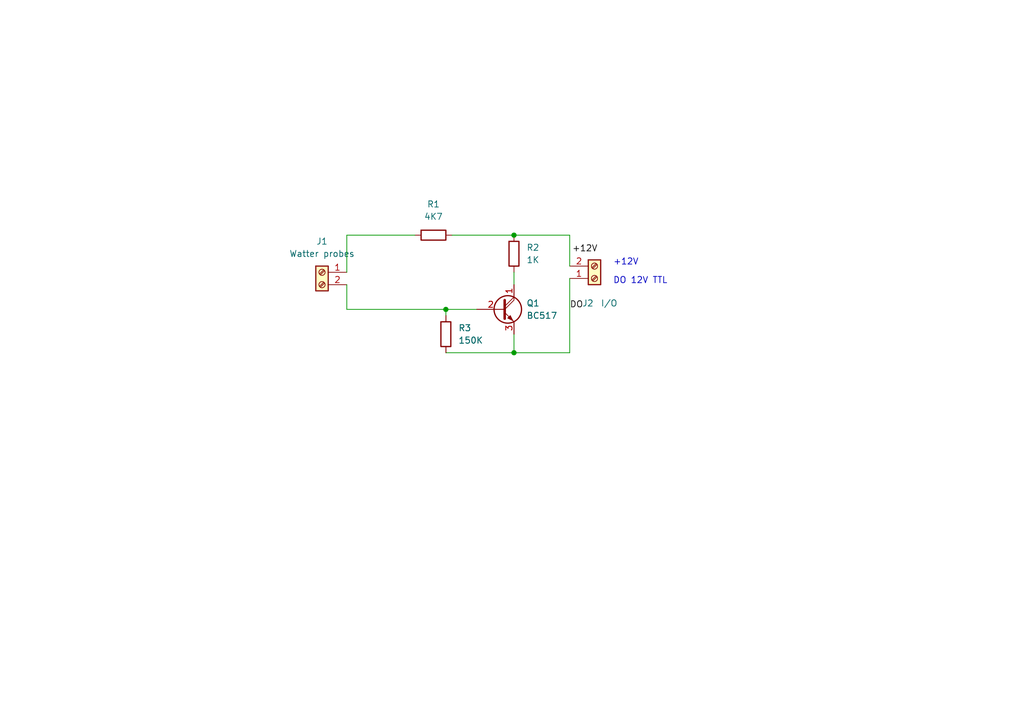
<source format=kicad_sch>
(kicad_sch (version 20211123) (generator eeschema)
  (paper "A5")
  (lib_symbols
    (symbol "Connector:Screw_Terminal_01x02" (pin_names (offset 1.016) hide)
      (property "Reference" "J" (at 0 2.54 0))
      (property "Value" "Screw_Terminal_01x02" (at 0 -5.08 0))
      (symbol "Screw_Terminal_01x02_1_1"
        (rectangle (start -1.27 1.27) (end 1.27 -3.81) (stroke (width 0.254)) (fill (type background)))
        (circle (center 0 -2.54) (radius 0.635) (stroke (width 0.1524)))
        (polyline (pts (xy -0.5334 -2.2098) (xy 0.3302 -3.048)) (stroke (width 0.1524)))
        (polyline (pts (xy -0.5334 0.3302) (xy 0.3302 -0.508)) (stroke (width 0.1524)))
        (polyline (pts (xy -0.3556 -2.032) (xy 0.508 -2.8702)) (stroke (width 0.1524)))
        (polyline (pts (xy -0.3556 0.508) (xy 0.508 -0.3302)) (stroke (width 0.1524)))
        (circle (center 0 0) (radius 0.635) (stroke (width 0.1524)))
        (pin passive line (at -5.08 0 0) (length 3.81) (name "Pin_1") (number "1"))
        (pin passive line (at -5.08 -2.54 0) (length 3.81) (name "Pin_2") (number "2"))
      )
    )
    (symbol "Device:R" (pin_numbers hide) (pin_names (offset 0))
      (property "Reference" "R" (at 2.032 0 90))
      (property "Value" "R" (at 0 0 90))
      (symbol "R_0_1"
        (rectangle (start -1.016 -2.54) (end 1.016 2.54) (stroke (width 0.254)))
      )
      (symbol "R_1_1"
        (pin passive line (at 0 3.81 270) (length 1.27) (name "~") (number "1"))
        (pin passive line (at 0 -3.81 90) (length 1.27) (name "~") (number "2"))
      )
    )
    (symbol "Screw_Terminal_01x02_1" (pin_names (offset 1.016) hide)
      (property "Reference" "J" (at 0 2.54 0))
      (property "Value" "Screw_Terminal_01x02_1" (at 0 -5.08 0))
      (symbol "Screw_Terminal_01x02_1_1_1"
        (rectangle (start -1.27 1.27) (end 1.27 -3.81) (stroke (width 0.254)) (fill (type background)))
        (circle (center 0 -2.54) (radius 0.635) (stroke (width 0.1524)))
        (polyline (pts (xy -0.5334 -2.2098) (xy 0.3302 -3.048)) (stroke (width 0.1524)))
        (polyline (pts (xy -0.5334 0.3302) (xy 0.3302 -0.508)) (stroke (width 0.1524)))
        (polyline (pts (xy -0.3556 -2.032) (xy 0.508 -2.8702)) (stroke (width 0.1524)))
        (polyline (pts (xy -0.3556 0.508) (xy 0.508 -0.3302)) (stroke (width 0.1524)))
        (circle (center 0 0) (radius 0.635) (stroke (width 0.1524)))
        (pin passive line (at -5.08 0 0) (length 3.81) (name "Pin_1") (number "1"))
        (pin passive line (at -5.08 -2.54 0) (length 3.81) (name "Pin_2") (number "2"))
      )
    )
    (symbol "Transistor_BJT:BC517" (pin_names (offset 0) hide)
      (property "Reference" "Q" (at 5.08 1.905 0))
      (property "Value" "BC517" (at 5.08 0 0))
      (symbol "BC517_0_1"
        (polyline (pts (xy 0.635 0.635) (xy 2.54 2.54)))
        (polyline (pts (xy 0.635 -0.635) (xy 2.54 -2.54) (xy 2.54 -2.54)))
        (polyline (pts (xy 0.635 0) (xy 2.54 1.905) (xy 2.54 2.54)))
        (polyline (pts (xy 0.635 1.905) (xy 0.635 -1.905) (xy 0.635 -1.905)) (stroke (width 0.508)))
        (polyline (pts (xy 1.27 -1.778) (xy 1.778 -1.27) (xy 2.286 -2.286) (xy 1.27 -1.778) (xy 1.27 -1.778)) (fill (type outline)))
        (circle (center 1.27 0) (radius 2.8194) (stroke (width 0.254)))
      )
      (symbol "BC517_1_1"
        (pin passive line (at 2.54 5.08 270) (length 2.54) (name "C") (number "1"))
        (pin input line (at -5.08 0 0) (length 5.715) (name "B") (number "2"))
        (pin passive line (at 2.54 -5.08 90) (length 2.54) (name "E") (number "3"))
      )
    )
  )
  (junction (at 105.41 48.26))
  (junction (at 105.41 72.39))
  (junction (at 91.44 63.5))
  (wire (pts (xy 92.71 48.26) (xy 105.41 48.26)))
  (wire (pts (xy 71.12 48.26) (xy 85.09 48.26)))
  (wire (pts (xy 105.41 72.39) (xy 116.84 72.39)))
  (wire (pts (xy 116.84 48.26) (xy 105.41 48.26)))
  (wire (pts (xy 116.84 72.39) (xy 116.84 57.15)))
  (wire (pts (xy 71.12 58.42) (xy 71.12 63.5)))
  (wire (pts (xy 91.44 72.39) (xy 105.41 72.39)))
  (wire (pts (xy 91.44 63.5) (xy 91.44 64.77)))
  (wire (pts (xy 105.41 55.88) (xy 105.41 58.42)))
  (wire (pts (xy 71.12 48.26) (xy 71.12 55.88)))
  (wire (pts (xy 105.41 72.39) (xy 105.41 68.58)))
  (wire (pts (xy 97.79 63.5) (xy 91.44 63.5)))
  (wire (pts (xy 71.12 63.5) (xy 91.44 63.5)))
  (wire (pts (xy 116.84 48.26) (xy 116.84 54.61)))
  (text "+12V" (at 125.73 54.61 0) (effects (font (size 1.27 1.27)) (justify left bottom)))
  (text "DO 12V TTL" (at 125.73 58.42 0) (effects (font (size 1.27 1.27)) (justify left bottom)))
  (label "DO" (at 116.84 63.5 0))
  (label "+12V" (at 117.3089 52.0114 0))
  (symbol (lib_id "Connector:Screw_Terminal_01x02") (at 66.04 55.88 0) (mirror y) (unit 1)
    (property "Reference" "J1" (at 66.04 49.53 0))
    (property "Value" "Watter probes" (at 66.04 52.07 0))
    (property "Footprint" "TerminalBlock_Phoenix:TerminalBlock_Phoenix_MKDS-1,5-2-5.08_1x02_P5.08mm_Horizontal" (effects hide))
  )
  (symbol (lib_id "Device:R") (at 88.9 48.26 270) (unit 1)
    (property "Reference" "R1" (at 88.9 41.91 90))
    (property "Value" "4K7" (at 88.9 44.45 90))
    (property "Footprint" "Resistor_THT:R_Axial_DIN0207_L6.3mm_D2.5mm_P7.62mm_Horizontal" (effects hide))
  )
  (symbol (lib_id "Device:R") (at 105.41 52.07 0) (unit 1)
    (property "Reference" "R2" (at 107.95 50.7999 0) (effects (justify left)))
    (property "Value" "1K" (at 107.95 53.3399 0) (effects (justify left)))
    (property "Footprint" "Resistor_THT:R_Axial_DIN0207_L6.3mm_D2.5mm_P7.62mm_Horizontal" (effects hide))
  )
  (symbol (lib_name "Screw_Terminal_01x02_1") (lib_id "Connector:Screw_Terminal_01x02") (at 121.92 57.15 0) (mirror x) (unit 1)
    (property "Reference" "J2" (at 119.38 62.23 0) (effects (justify left)))
    (property "Value" "I/O" (at 123.19 62.23 0) (effects (justify left)))
    (property "Footprint" "TerminalBlock_Phoenix:TerminalBlock_Phoenix_MKDS-1,5-2-5.08_1x02_P5.08mm_Horizontal" (effects hide))
  )
  (symbol (lib_id "Transistor_BJT:BC517") (at 102.87 63.5 0) (unit 1)
    (property "Reference" "Q1" (at 107.95 62.2299 0) (effects (justify left)))
    (property "Value" "BC517" (at 107.95 64.7699 0) (effects (justify left)))
    (property "Footprint" "Package_TO_SOT_THT:TO-92_Inline" (effects hide))
    (property "Datasheet" "https://www.onsemi.com/pub/Collateral/BC517-D74Z-D.PDF" (effects hide))
  )
  (symbol (lib_id "Device:R") (at 91.44 68.58 0) (unit 1)
    (property "Reference" "R3" (at 93.98 67.3099 0) (effects (justify left)))
    (property "Value" "150K" (at 93.98 69.8499 0) (effects (justify left)))
    (property "Footprint" "Resistor_THT:R_Axial_DIN0207_L6.3mm_D2.5mm_P7.62mm_Horizontal" (effects hide))
  )
)
</source>
